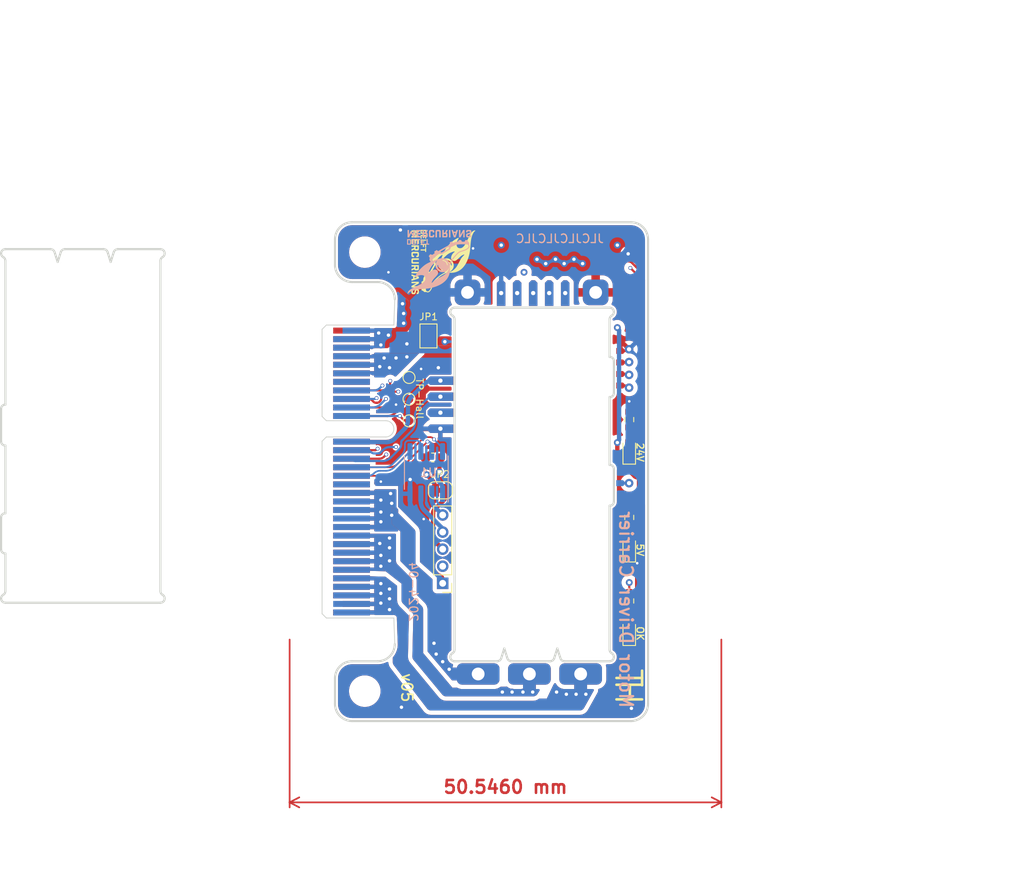
<source format=kicad_pcb>
(kicad_pcb (version 20240108) (generator "pcbnew") (generator_version "8.0")
  (layers (0 "F.Cu" signal) (1 "In1.Cu" signal) (2 "In2.Cu" signal) (31 "B.Cu" signal) (34 "B.Paste" user) (35 "F.Paste" user) (36 "B.SilkS" user "B.Silkscreen") (37 "F.SilkS" user "F.Silkscreen") (38 "B.Mask" user) (39 "F.Mask" user) (44 "Edge.Cuts" user))
  (net 0 "")
  (net 1 "+24V")
  (net 2 "GNDPWR")
  (net 3 "Net-(D1-A)")
  (net 4 "Net-(D2-A)")
  (net 5 "+5V")
  (net 6 "CAN_L")
  (net 7 "CAN_H")
  (net 8 "MOTOR_A")
  (net 9 "MOTOR_B")
  (net 10 "MOTOR_C")
  (net 11 "Net-(D3-A)")
  (net 12 "A")
  (net 13 "B")
  (net 14 "B-")
  (net 15 "B+")
  (net 16 "A-")
  (net 17 "A+")
  (net 18 "Z")
  (net 19 "UART_GND")
  (net 20 "UART_TX")
  (net 21 "UART_RX")
  (net 22 "UART_VCC")
  (net 27 "+3.3V")
  (net 28 "SWCLK")
  (net 29 "SWDIO")
  (net 30 "NRST")
  (net 31 "HALL_A")
  (net 32 "HALL_C")
  (net 33 "HALL_B")
  (net 34 "OK")
  (footprint "Resistor_SMD:R_0603_1608Metric_Pad0.98x0.95mm_HandSolder" (layer "F.Cu") (at 143.002 86.36 -90)
    (property "Reference" "R1" (hide yes))
    (property "Value" "1k5")
  )
  (footprint "Connector_PinHeader_2.00mm:PinHeader_1x05_P2.00mm_Vertical" (layer "F.Cu") (at 121.158 94.075 180)
    (property "Reference" "J2" (hide yes))
    (property "Value" "Driver_Encoder")
  )
  (footprint "Logo:logo_gray" (layer "F.Cu") (at 121.273 56.475 -90)
    (property "Reference" "G***" (hide yes))
    (property "Value" "LOGO" (hide yes))
  )
  (footprint "Resistor_SMD:R_0603_1608Metric_Pad0.98x0.95mm_HandSolder" (layer "F.Cu") (at 143.002 74.9065 -90)
    (property "Reference" "R6" (hide yes))
    (property "Value" "11k")
  )
  (footprint "Capacitor_SMD:C_0603_1608Metric_Pad1.08x0.95mm_HandSolder" (layer "F.Cu") (at 120.003 79.335 180)
    (property "Reference" "C1" (hide yes))
    (property "Value" "0.1u")
  )
  (footprint "LED_SMD:LED_0603_1608Metric_Pad1.05x0.95mm_HandSolder" (layer "F.Cu") (at 143.002 89.916 90)
    (property "Reference" "D1" (hide yes))
    (property "Value" "LED")
  )
  (footprint "Jumper:SolderJumper-2_P1.3mm_Bridged_RoundedPad1.0x1.5mm" (layer "F.Cu") (at 120.892 83.185)
    (property "Reference" "JP2")
    (property "Value" "Jumper_2_Bridged")
  )
  (footprint "DelftMercuriansFL:CustomEdge_UART5" (layer "F.Cu") (at 128.004 61.593566)
    (property "Reference" "J13" (hide yes))
    (property "Value" "Edge_UART")
  )
  (footprint "MountingHole:MountingHole_3.2mm_M3_ISO14580" (layer "F.Cu") (at 112.050594 55.298811)
    (property "Reference" "H1" (hide yes))
    (property "Value" "MountingHole")
  )
  (footprint "DelftMercuriansFL:CustomEdge_PROG" (layer "F.Cu") (at 141.48 66.870683 180)
    (property "Reference" "J1" (hide yes))
    (property "Value" "Edge_PROG")
  )
  (footprint "LED_SMD:LED_0603_1608Metric_Pad1.05x0.95mm_HandSolder" (layer "F.Cu") (at 143.002 99.695 90)
    (property "Reference" "D2" (hide yes))
    (property "Value" "LED")
  )
  (footprint "Resistor_SMD:R_0603_1608Metric_Pad0.98x0.95mm_HandSolder" (layer "F.Cu") (at 143.002 96.139 -90)
    (property "Reference" "R2" (hide yes))
    (property "Value" "1k5")
  )
  (footprint "LED_SMD:LED_0603_1608Metric_Pad1.05x0.95mm_HandSolder" (layer "F.Cu") (at 143.002 78.4625 90)
    (property "Reference" "D3" (hide yes))
    (property "Value" "LED")
  )
  (footprint "MountingHole:MountingHole_3.2mm_M3_ISO14580" (layer "F.Cu") (at 112.040303 106.701283)
    (property "Reference" "H2" (hide yes))
    (property "Value" "MountingHole")
  )
  (footprint "Connector_PCBEdge:BUS_PCIexpress_x4" (layer "F.Cu") (at 110.49 64.487 -90)
    (property "Reference" "J15" (hide yes))
    (property "Value" "Main Connector")
    (fp_line (start -0.15 3.45) (end 10.05 3.45) (stroke (width 0.1)) (layer "Edge.Cuts"))
    (fp_line (start 12.95 3.45) (end 33.15 3.45) (stroke (width 0.1)) (layer "Edge.Cuts"))
    (fp_line (start -0.65 2.95) (end -0.15 3.45) (stroke (width 0.1)) (layer "Edge.Cuts"))
    (fp_line (start 10.55 2.95) (end 10.05 3.45) (stroke (width 0.1)) (layer "Edge.Cuts"))
    (fp_line (start 12.45 2.95) (end 12.95 3.45) (stroke (width 0.1)) (layer "Edge.Cuts"))
    (fp_line (start 33.65 2.95) (end 33.15 3.45) (stroke (width 0.1)) (layer "Edge.Cuts"))
    (fp_line (start 10.55 -4) (end 10.55 2.95) (stroke (width 0.1)) (layer "Edge.Cuts"))
    (fp_line (start 12.45 -4) (end 12.45 2.95) (stroke (width 0.1)) (layer "Edge.Cuts"))
    (fp_line (start -0.65 -4.95) (end -0.65 2.95) (stroke (width 0.1)) (layer "Edge.Cuts"))
    (fp_line (start 33.65 -4.95) (end 33.65 2.95) (stroke (width 0.1)) (layer "Edge.Cuts"))
    (fp_arc (start 10.55 -4) (mid 11.5 -4.95) (end 12.45 -4) (stroke (width 0.1)) (layer "Edge.Cuts"))
  )
  (footprint "TestPoint:TestPoint_Pad_D1.0mm" (layer "F.Cu") (at 117.221 69.977)
    (property "Reference" "TP3" (hide yes))
    (property "Value" "TestPoint")
  )
  (footprint "TestPoint:TestPoint_Pad_D1.0mm" (layer "F.Cu") (at 117.221 72.517)
    (property "Reference" "TP2" (hide yes))
    (property "Value" "TestPoint")
  )
  (footprint "Jumper:SolderJumper-2_P1.3mm_Open_TrianglePad1.0x1.5mm" (layer "F.Cu") (at 119.495 65.111 -90)
    (property "Reference" "JP1")
    (property "Value" "Jumper_2_Bridged")
  )
  (footprint "DelftMercuriansFL:CustomEdge_Motor3_Single" (layer "F.Cu") (at 131.312 105.940566 180)
    (property "Reference" "J10" (hide yes))
    (property "Value" "Edge_Motor")
  )
  (footprint "TestPoint:TestPoint_Pad_D1.0mm" (layer "F.Cu") (at 117.221 75.057)
    (property "Reference" "TP1" (hide yes))
    (property "Value" "TestPoint")
  )
  (footprint "DelftMercuriansFL:CustomEdge_CAN4" (layer "F.Cu") (at 122.392 75.948 90)
    (property "Reference" "J14" (hide yes))
    (property "Value" "Edge_CAN")
  )
  (footprint "DelftMercuriansFL:CustomEdge_Power2" (layer "B.Cu") (at 131.567 59.015 180)
    (property "Reference" "J11" (hide yes))
    (property "Value" "Edge_Power")
  )
  (footprint "Logo:logo_gray" (layer "B.Cu") (at 120.765 56.475)
    (property "Reference" "G***" (hide yes))
    (property "Value" "LOGO" (hide yes))
  )
  (footprint "Package_SO:SOIC-8_3.9x4.9mm_P1.27mm" (layer "B.Cu") (at 119.241 81.113 90)
    (property "Reference" "U1")
    (property "Value" "UA9637")
  )
  (gr_line (start 88.11072 54.95) (end 83.127673 54.95) (stroke (width 0.25)) (layer "Edge.Cuts"))
  (gr_line (start 69.96072 56.316025) (end 69.96072 73.15) (stroke (width 0.25)) (layer "Edge.Cuts"))
  (gr_arc (start 140.95 102.266987) (mid 141.182963 102.82941) (end 140.7 103.2) (stroke (width 0.25)) (layer "Edge.Cuts"))
  (gr_arc (start 140.7 63.166025) (mid 140.766978 62.916016) (end 140.95 62.733013) (stroke (width 0.25)) (layer "Edge.Cuts"))
  (gr_line (start 115.55 101.2) (end 115.44 98.137) (stroke (width 0.1)) (layer "Edge.Cuts"))
  (gr_arc (start 140.7055 67.56) (mid 141.059053 67.706447) (end 141.2055 68.06) (stroke (width 0.25)) (layer "Edge.Cuts"))
  (gr_line (start 113.55 103.2) (end 110.55 103.2) (stroke (width 0.25)) (layer "Edge.Cuts"))
  (gr_arc (start 141.2055 84.5) (mid 141.059053 84.853553) (end 140.7055 85) (stroke (width 0.25)) (layer "Edge.Cuts"))
  (gr_arc (start 140.95 102.266987) (mid 140.766997 102.083972) (end 140.7 101.833975) (stroke (width 0.25)) (layer "Edge.Cuts"))
  (gr_arc (start 122.3 62.733013) (mid 122.483003 62.916028) (end 122.55 63.166025) (stroke (width 0.25)) (layer "Edge.Cuts"))
  (gr_line (start 81.450767 54.95) (end 76.92616 54.95) (stroke (width 0.25)) (layer "Edge.Cuts"))
  (gr_line (start 140.7 80.2) (end 140.7 72.28) (stroke (width 0.25)) (layer "Edge.Cuts"))
  (gr_arc (start 143.2 51.8) (mid 144.614214 52.385786) (end 145.2 53.8) (stroke (width 0.25)) (layer "Edge.Cuts"))
  (gr_arc (start 140.7055 80.2) (mid 141.059053 80.346447) (end 141.2055 80.7) (stroke (width 0.25)) (layer "Edge.Cuts"))
  (gr_line (start 122.55 103.2) (end 127.533047 103.2) (stroke (width 0.25)) (layer "Edge.Cuts"))
  (gr_line (start 141.2055 68.06) (end 141.2055 71.78) (stroke (width 0.25)) (layer "Edge.Cuts"))
  (gr_arc (start 81.450767 54.95) (mid 81.746597 55.046917) (end 81.927757 55.300066) (stroke (width 0.25)) (layer "Edge.Cuts"))
  (gr_line (start 82.28922 56.45) (end 82.650683 55.300066) (stroke (width 0.25)) (layer "Edge.Cuts"))
  (gr_arc (start 113.55 58.8) (mid 114.964214 59.385786) (end 115.55 60.8) (stroke (width 0.25)) (layer "Edge.Cuts"))
  (gr_line (start 140.7 67.56) (end 140.7055 67.56) (stroke (width 0.25)) (layer "Edge.Cuts"))
  (gr_arc (start 75.23928 54.95) (mid 75.534316 55.046319) (end 75.715676 55.298188) (stroke (width 0.25)) (layer "Edge.Cuts"))
  (gr_arc (start 122.3 62.733013) (mid 122.067037 62.17059) (end 122.55 61.8) (stroke (width 0.25)) (layer "Edge.Cuts"))
  (gr_line (start 122.55 61.8) (end 140.7 61.8) (stroke (width 0.25)) (layer "Edge.Cuts"))
  (gr_arc (start 69.95522 90.59) (mid 69.601667 90.443553) (end 69.45522 90.09) (stroke (width 0.25)) (layer "Edge.Cuts"))
  (gr_line (start 134.945044 102.851812) (end 134.578 101.7) (stroke (width 0.25)) (layer "Edge.Cuts"))
  (gr_line (start 140.7055 80.2) (end 140.7 80.2) (stroke (width 0.25)) (layer "Edge.Cuts"))
  (gr_arc (start 82.650683 55.300066) (mid 82.831825 55.046881) (end 83.127673 54.95) (stroke (width 0.25)) (layer "Edge.Cuts"))
  (gr_arc (start 88.11072 56.316025) (mid 88.177706 56.066029) (end 88.36072 55.883013) (stroke (width 0.25)) (layer "Edge.Cuts"))
  (gr_line (start 122.55 101.833975) (end 122.55 63.166025) (stroke (width 0.25)) (layer "Edge.Cuts"))
  (gr_arc (start 122.55 101.833975) (mid 122.483022 102.083984) (end 122.3 102.266987) (stroke (width 0.25)) (layer "Edge.Cuts"))
  (gr_arc (start 108.55 53.8) (mid 109.135786 52.385786) (end 110.55 51.8) (stroke (width 0.25)) (layer "Edge.Cuts"))
  (gr_arc (start 88.36072 95.416987) (mid 88.177715 95.233968) (end 88.11072 94.983975) (stroke (width 0.25)) (layer "Edge.Cuts"))
  (gr_line (start 75.23928 54.95) (end 69.96072 54.95) (stroke (width 0.25)) (layer "Edge.Cuts"))
  (gr_arc (start 69.96072 96.35) (mid 69.477757 95.979409) (end 69.71072 95.416987) (stroke (width 0.25)) (layer "Edge.Cuts"))
  (gr_arc (start 122.55 103.2) (mid 122.067037 102.829409) (end 122.3 102.266987) (stroke (width 0.25)) (layer "Edge.Cuts"))
  (gr_arc (start 140.7 61.8) (mid 141.182963 62.170591) (end 140.95 62.733013) (stroke (width 0.25)) (layer "Edge.Cuts"))
  (gr_line (start 69.45522 90.09) (end 69.45522 86.37) (stroke (width 0.25)) (layer "Edge.Cuts"))
  (gr_line (start 143.2 51.8) (end 110.55 51.8) (stroke (width 0.25)) (layer "Edge.Cuts"))
  (gr_line (start 69.96072 90.59) (end 69.96072 94.983975) (stroke (width 0.25)) (layer "Edge.Cuts"))
  (gr_arc (start 69.45522 73.65) (mid 69.601667 73.296447) (end 69.95522 73.15) (stroke (width 0.25)) (layer "Edge.Cuts"))
  (gr_line (start 88.11072 56.316025) (end 88.11072 94.983975) (stroke (width 0.25)) (layer "Edge.Cuts"))
  (gr_arc (start 76.449764 55.298188) (mid 76.631138 55.04635) (end 76.92616 54.95) (stroke (width 0.25)) (layer "Edge.Cuts"))
  (gr_line (start 108.55 108.2) (end 108.55 105.2) (stroke (width 0.25)) (layer "Edge.Cuts"))
  (gr_arc (start 69.71072 55.883013) (mid 69.477757 55.32059) (end 69.96072 54.95) (stroke (width 0.25)) (layer "Edge.Cuts"))
  (gr_line (start 81.927757 55.300066) (end 82.28922 56.45) (stroke (width 0.25)) (layer "Edge.Cuts"))
  (gr_line (start 113.55 58.8) (end 110.55 58.8) (stroke (width 0.25)) (layer "Edge.Cuts"))
  (gr_line (start 140.7 85) (end 140.7055 85) (stroke (width 0.25)) (layer "Edge.Cuts"))
  (gr_arc (start 135.42144 103.2) (mid 135.126384 103.10369) (end 134.945044 102.851812) (stroke (width 0.25)) (layer "Edge.Cuts"))
  (gr_line (start 88.11072 96.35) (end 69.96072 96.35) (stroke (width 0.25)) (layer "Edge.Cuts"))
  (gr_arc (start 141.2055 71.78) (mid 141.059053 72.133553) (end 140.7055 72.28) (stroke (width 0.25)) (layer "Edge.Cuts"))
  (gr_line (start 76.08272 56.45) (end 76.449764 55.298188) (stroke (width 0.25)) (layer "Edge.Cuts"))
  (gr_arc (start 145.2 108.2) (mid 144.614214 109.614214) (end 143.2 110.2) (stroke (width 0.25)) (layer "Edge.Cuts"))
  (gr_line (start 129.209953 103.2) (end 133.73456 103.2) (stroke (width 0.25)) (layer "Edge.Cuts"))
  (gr_arc (start 88.36072 95.416987) (mid 88.593683 95.97941) (end 88.11072 96.35) (stroke (width 0.25)) (layer "Edge.Cuts"))
  (gr_line (start 140.7 101.833975) (end 140.7 85) (stroke (width 0.25)) (layer "Edge.Cuts"))
  (gr_line (start 134.578 101.7) (end 134.210956 102.851812) (stroke (width 0.25)) (layer "Edge.Cuts"))
  (gr_arc (start 69.96072 94.983975) (mid 69.893734 95.233971) (end 69.71072 95.416987) (stroke (width 0.25)) (layer "Edge.Cuts"))
  (gr_line (start 69.96072 77.95) (end 69.96072 85.87) (stroke (width 0.25)) (layer "Edge.Cuts"))
  (gr_line (start 75.715676 55.298188) (end 76.08272 56.45) (stroke (width 0.25)) (layer "Edge.Cuts"))
  (gr_arc (start 110.55 110.2) (mid 109.135786 109.614214) (end 108.55 108.2) (stroke (width 0.25)) (layer "Edge.Cuts"))
  (gr_arc (start 115.55 101.2) (mid 114.964214 102.614214) (end 113.55 103.2) (stroke (width 0.25)) (layer "Edge.Cuts"))
  (gr_line (start 143.2 110.2) (end 110.55 110.2) (stroke (width 0.25)) (layer "Edge.Cuts"))
  (gr_line (start 145.2 53.8) (end 145.2 108.2) (stroke (width 0.25)) (layer "Edge.Cuts"))
  (gr_arc (start 88.11072 54.95) (mid 88.593683 55.320591) (end 88.36072 55.883013) (stroke (width 0.25)) (layer "Edge.Cuts"))
  (gr_line (start 140.7 67.56) (end 140.7 63.166025) (stroke (width 0.25)) (layer "Edge.Cuts"))
  (gr_line (start 128.732963 102.849934) (end 128.3715 101.7) (stroke (width 0.25)) (layer "Edge.Cuts"))
  (gr_line (start 128.3715 101.7) (end 128.010037 102.849934) (stroke (width 0.25)) (layer "Edge.Cuts"))
  (gr_arc (start 129.209953 103.2) (mid 128.914144 103.103074) (end 128.732963 102.849934) (stroke (width 0.25)) (layer "Edge.Cuts"))
  (gr_line (start 135.42144 103.2) (end 140.7 103.2) (stroke (width 0.25)) (layer "Edge.Cuts"))
  (gr_line (start 140.7055 72.28) (end 140.7 72.28) (stroke (width 0.25)) (layer "Edge.Cuts"))
  (gr_arc (start 128.010037 102.849934) (mid 127.828883 103.10311) (end 127.533047 103.2) (stroke (width 0.25)) (layer "Edge.Cuts"))
  (gr_line (start 69.45522 73.65) (end 69.45522 77.45) (stroke (width 0.25)) (layer "Edge.Cuts"))
  (gr_line (start 108.55 53.8) (end 108.55 56.8) (stroke (width 0.25)) (layer "Edge.Cuts"))
  (gr_arc (start 108.55 105.2) (mid 109.135786 103.785786) (end 110.55 103.2) (stroke (width 0.25)) (layer "Edge.Cuts"))
  (gr_line (start 115.44 63.837) (end 115.55 60.8) (stroke (width 0.1)) (layer "Edge.Cuts"))
  (gr_arc (start 69.95522 77.95) (mid 69.601667 77.803553) (end 69.45522 77.45) (stroke (width 0.25)) (layer "Edge.Cuts"))
  (gr_arc (start 110.55 58.8) (mid 109.135786 58.214214) (end 108.55 56.8) (stroke (width 0.25)) (layer "Edge.Cuts"))
  (gr_arc (start 134.210956 102.851812) (mid 134.029594 103.103659) (end 133.73456 103.2) (stroke (width 0.25)) (layer "Edge.Cuts"))
  (gr_arc (start 69.45522 86.37) (mid 69.601667 86.016447) (end 69.95522 85.87) (stroke (width 0.25)) (layer "Edge.Cuts"))
  (gr_line (start 141.2055 84.5) (end 141.2055 80.7) (stroke (width 0.25)) (layer "Edge.Cuts"))
  (gr_arc (start 69.71072 55.883013) (mid 69.893725 56.066032) (end 69.96072 56.316025) (stroke (width 0.25)) (layer "Edge.Cuts"))
  (gr_text "2024-04" (at 117.717 95.083 270) (layer "B.SilkS") (effects (font (size 1 1)) (justify mirror)))
  (gr_text "JLCJLCJLCJLC" (at 134.874 53.721 0) (layer "B.SilkS") (effects (font (size 1 1)) (justify mirror)))
  (gr_text "Motor Driver Carrier" (at 142.621 97.155 -90) (layer "B.SilkS") (effects (font (size 1.524 1.524) (thickness 0.254)) (justify mirror)))
  (gr_text "v05" (at 116.967 106.299 270) (layer "F.SilkS") (effects (font (size 1.27 1.27) (thickness 0.2032))))
  (gr_text "24V" (at 144.272 78.74 270) (layer "F.SilkS") (effects (font (size 0.8 0.8) (thickness 0.15) (bold yes))))
  (gr_text "H" (at 142.875 106.807 270) (layer "F.SilkS") (effects (font (size 3 3) (thickness 0.3)) (justify mirror)))
  (gr_text "OK" (at 144.272 99.949 270) (layer "F.SilkS") (effects (font (size 0.8 0.8) (thickness 0.15) (bold yes))))
  (gr_text "T" (at 142.875 105.156 270) (layer "F.SilkS") (effects (font (size 3 3) (thickness 0.3)) (justify mirror)))
  (gr_text "5V" (at 144.272 90.17 270) (layer "F.SilkS") (effects (font (size 0.8 0.8) (thickness 0.15) (bold yes))))
  (gr_text "TP-Hall" (at 117.983 69.977 270) (layer "F.SilkS") (effects (font (size 0.8 0.8) (thickness 0.12)) (justify left bottom)))
  (dimension (type aligned) (layer "F.Cu") (pts (xy 153.785 100.163) (xy 103.239 100.163)) (height -19.558) (gr_text "50.5460 mm" (at 128.512 117.921 0) (layer "F.Cu") (effects (font (size 1.5 1.5) (thickness 0.3)))) (format (prefix "") (suffix "") (units 3) (units_format 1) (precision 4)) (style (thickness 0.2) (arrow_length 1.27) (text_position_mode 0) (extension_height 0.58642) (extension_offset 0.5) keep_text_aligned))
  (segment (start 143.872551 73.123448) (end 143.002 73.994) (width 0.25) (layer "F.Cu") (net 1))
  (segment (start 144.271 72.161509) (end 144.271 58.85549) (width 0.25) (layer "F.Cu") (net 1))
  (segment (start 143.872551 57.893551) (end 143.129 57.15) (width 0.25) (layer "F.Cu") (net 1))
  (via (at 116.967 66.04) (size 0.8) (drill 0.4) (layers "F.Cu" "B.Cu") (net 1))
  (via (at 115.697 67.691) (size 0.8) (drill 0.4) (layers "F.Cu" "B.Cu") (net 1))
  (via (at 113.792 68.707) (size 0.8) (drill 0.4) (layers "F.Cu" "B.Cu") (net 1))
  (via (at 143.129 57.15) (size 0.45) (drill 0.3) (layers "F.Cu" "B.Cu") (net 1))
  (via (at 114.3 67.691) (size 0.8) (drill 0.4) (layers "F.Cu" "B.Cu") (net 1))
  (via (at 114.935 68.834) (size 0.8) (drill 0.4) (layers "F.Cu" "B.Cu") (net 1))
  (via (at 116.967 67.564) (size 0.8) (drill 0.4) (layers "F.Cu" "B.Cu") (net 1))
  (arc (start 144.271 72.161509) (mid 144.167446 72.682106) (end 143.872551 73.123448) (width 0.25) (layer "F.Cu") (net 1))
  (arc (start 143.872551 57.893551) (mid 144.167446 58.334892) (end 144.271 58.85549) (width 0.25) (layer "F.Cu") (net 1))
  (segment (start 140.326377 56.423351) (end 140.537575 56.389899) (width 0.254) (layer "F.Cu") (net 2))
  (segment (start 139.759496 56.712192) (end 139.932489 56.586506) (width 0.254) (layer "F.Cu") (net 2))
  (segment (start 144.723 58.595343) (end 144.723 77.202286) (width 0.254) (layer "F.Cu") (net 2))
  (segment (start 139.682551 56.786448) (end 139.759496 56.712192) (width 0.254) (layer "F.Cu") (net 2))
  (segment (start 143.182728 56.423082) (end 144.276116 57.51647) (width 0.254) (layer "F.Cu") (net 2))
  (segment (start 143.008051 56.389568) (end 143.133113 56.423082) (width 0.254) (layer "F.Cu") (net 2))
  (segment (start 137.431448 53.484448) (end 138.668551 54.721551) (width 1.27) (layer "F.Cu") (net 2))
  (segment (start 139.102353 57.647378) (end 139.168431 57.444014) (width 0.254) (layer "F.Cu") (net 2))
  (segment (start 140.537575 56.389899) (end 140.64449 56.388) (width 0.254) (layer "F.Cu") (net 2))
  (segment (start 139.067 55.68349) (end 139.067 56.515) (width 1.27) (layer "F.Cu") (net 2))
  (segment (start 119.495 55.837724) (end 119.495 64.386) (width 1.27) (layer "F.Cu") (net 2))
  (segment (start 139.932489 56.586506) (end 140.123013 56.489429) (width 0.254) (layer "F.Cu") (net 2))
  (segment (start 139.265508 57.253491) (end 139.391194 57.080499) (width 0.254) (layer "F.Cu") (net 2))
  (segment (start 139.168431 57.444014) (end 139.265508 57.253491) (width 0.254) (layer "F.Cu") (net 2))
  (segment (start 118.999 55.341724) (end 118.999 61.722) (width 1.27) (layer "F.Cu") (net 2))
  (segment (start 139.391194 57.080499) (end 139.465447 57.003551) (width 0.254) (layer "F.Cu") (net 2))
  (segment (start 139.067 57.96549) (end 139.068902 57.858575) (width 0.254) (layer "F.Cu") (net 2))
  (segment (start 139.067 60.015) (end 139.067 57.96549) (width 0.254) (layer "F.Cu") (net 2))
  (segment (start 139.465447 57.003551) (end 139.682551 56.786448) (width 0.254) (layer "F.Cu") (net 2))
  (segment (start 140.64449 56.388) (end 142.943314 56.388) (width 0.254) (layer "F.Cu") (net 2))
  (segment (start 140.123013 56.489429) (end 140.326377 56.423351) (width 0.254) (layer "F.Cu") (net 2))
  (segment (start 136.469509 53.086) (end 121.46749 53.086) (width 1.27) (layer "F.Cu") (net 2))
  (segment (start 144.430107 77.909393) (end 143.002 79.3375) (width 0.254) (layer "F.Cu") (net 2))
  (segment (start 143.133113 56.423082) (end 143.182728 56.423082) (width 0.254) (layer "F.Cu") (net 2))
  (segment (start 139.068902 57.858575) (end 139.102353 57.647378) (width 0.254) (layer "F.Cu") (net 2))
  (segment (start 142.943314 56.388) (end 143.008051 56.389568) (width 0.254) (layer "F.Cu") (net 2))
  (segment (start 119.246999 54.742999) (end 120.505551 53.484448) (width 1.27) (layer "F.Cu") (net 2))
  (via (at 128.016 54.483) (size 0.8) (drill 0.4) (layers "F.Cu" "B.Cu") (net 2))
  (via (at 116.586 63.627) (size 0.8) (drill 0.4) (layers "F.Cu" "B.Cu") (net 2))
  (via (at 114.808 65.024) (size 0.8) (drill 0.4) (layers "F.Cu" "B.Cu") (net 2))
  (via (at 133.223 56.642) (size 0.8) (drill 0.4) (layers "F.Cu" "B.Cu") (net 2))
  (via (at 113.665 64.77) (size 0.8) (drill 0.4) (layers "F.Cu" "B.Cu") (net 2))
  (via (at 135.382 56.642) (size 0.8) (drill 0.4) (layers "F.Cu" "B.Cu") (net 2))
  (via (at 113.919 66.167) (size 0.8) (drill 0.4) (layers "F.Cu" "B.Cu") (net 2))
  (via (at 134.366 56.134) (size 0.8) (drill 0.4) (layers "F.Cu" "B.Cu") (net 2))
  (via (at 136.525 56.134) (size 0.8) (drill 0.4) (layers "F.Cu" "B.Cu") (net 2))
  (via (at 132.200516 56.140484) (size 0.8) (drill 0.4) (layers "F.Cu" "B.Cu") (net 2))
  (via (at 137.541 56.642) (size 0.8) (drill 0.4) (layers "F.Cu" "B.Cu") (net 2))
  (via (at 141.605 54.483) (size 0.8) (drill 0.4) (layers "F.Cu" "B.Cu") (net 2))
  (via (at 116.459 61.341) (size 0.8) (drill 0.4) (layers "F.Cu" "B.Cu") (net 2))
  (via (at 116.586 62.484) (size 0.8) (drill 0.4) (layers "F.Cu" "B.Cu") (net 2))
  (arc (start 138.668551 54.721551) (mid 138.963446 55.162892) (end 139.067 55.68349) (width 1.27) (layer "F.Cu") (net 2))
  (arc (start 121.46749 53.086) (mid 120.946892 53.189553) (end 120.505551 53.484448) (width 1.27) (layer "F.Cu") (net 2))
  (arc (start 144.276116 57.51647) (mid 144.606859 58.011461) (end 144.723 58.595343) (width 0.254) (layer "F.Cu") (net 2))
  (arc (start 118.999 55.341724) (mid 119.063452 55.017696) (end 119.246999 54.742999) (width 1.27) (layer "F.Cu") (net 2))
  (arc (start 119.247 55.239) (mid 119.08868 55.207507) (end 118.999 55.341724) (width 1.27) (layer "F.Cu") (net 2))
  (arc (start 137.431448 53.484448) (mid 136.990106 53.189553) (end 136.469509 53.086) (width 1.27) (layer "F.Cu") (net 2))
  (arc (start 119.246999 54.742999) (mid 119.144274 54.990999) (end 119.247 55.239) (width 1.27) (layer "F.Cu") (net 2))
  (arc (start 144.723 77.202286) (mid 144.64688 77.584969) (end 144.430107 77.909393) (width 0.254) (layer "F.Cu") (net 2))
  (arc (start 119.247 55.239) (mid 119.430546 55.513697) (end 119.495 55.837724) (width 1.27) (layer "F.Cu") (net 2))
  (segment (start 143.002 89.041) (end 143.002 87.2725) (width 0.25) (layer "F.Cu") (net 3))
  (segment (start 143.002 98.82) (end 143.002 97.0515) (width 0.25) (layer "F.Cu") (net 4))
  (segment (start 144.145 81.8515) (end 144.145 83.741009) (width 0.508) (layer "F.Cu") (net 5))
  (segment (start 141.605 77.597) (end 141.605 78.938509) (width 0.508) (layer "F.Cu") (net 5))
  (segment (start 142.003448 79.900448) (end 143.629296 81.526296) (width 0.508) (layer "F.Cu") (net 5))
  (segment (start 120.82125 79.37925) (end 120.8655 79.335) (width 0.508) (layer "F.Cu") (net 5))
  (segment (start 120.777 79.486078) (end 120.777 81.026) (width 0.508) (layer "F.Cu") (net 5))
  (segment (start 143.746551 84.702948) (end 143.002 85.4475) (width 0.508) (layer "F.Cu") (net 5))
  (via (at 120.777 81.026) (size 0.8) (drill 0.4) (layers "F.Cu" "B.Cu") (net 5))
  (via (at 130.683 57.658) (size 0.8) (drill 0.4) (layers "F.Cu" "B.Cu") (net 5))
  (via (at 141.605 77.597) (size 0.8) (drill 0.4) (layers "F.Cu" "B.Cu") (net 5))
  (via (at 141.605 64.135) (size 0.8) (drill 0.4) (layers "F.Cu" "B.Cu") (net 5))
  (arc (start 143.629296 81.526296) (mid 143.7785 81.625991) (end 143.9545 81.661) (width 0.508) (layer "F.Cu") (net 5))
  (arc (start 141.605 78.938509) (mid 141.708553 79.459106) (end 142.003448 79.900448) (width 0.508) (layer "F.Cu") (net 5))
  (arc (start 120.82125 79.37925) (mid 120.7885 79.428263) (end 120.777 79.486078) (width 0.508) (layer "F.Cu") (net 5))
  (arc (start 144.145 81.8515) (mid 144.089203 81.716796) (end 143.9545 81.661) (width 0.508) (layer "F.Cu") (net 5))
  (arc (start 144.145 83.741009) (mid 144.041446 84.261606) (end 143.746551 84.702948) (width 0.508) (layer "F.Cu") (net 5))
  (segment (start 117.094 73.20949) (end 117.094 75.029679) (width 0.508) (layer "B.Cu") (net 5))
  (segment (start 141.809751 64.484531) (end 141.809751 77.247468) (width 0.508) (layer "B.Cu") (net 5))
  (segment (start 141.605 64.135) (end 141.707375 64.237375) (width 0.508) (layer "B.Cu") (net 5))
  (segment (start 119.95549 70.348) (end 120.892 70.348) (width 0.508) (layer "B.Cu") (net 5))
  (segment (start 120.675999 81.127) (end 120.777 81.026) (width 0.508) (layer "B.Cu") (net 5))
  (segment (start 120.574999 81.638241) (end 120.574999 81.370837) (width 0.508) (layer "B.Cu") (net 5))
  (segment (start 116.695551 75.991618) (end 115.544618 77.142551) (width 0.508) (layer "B.Cu") (net 5))
  (segment (start 121.146 83.016759) (end 121.146 83.588) (width 0.508) (layer "B.Cu") (net 5))
  (segment (start 141.605 77.597) (end 141.707375 77.494624) (width 0.508) (layer "B.Cu") (net 5))
  (segment (start 114.582679 77.541) (end 110.49 77.541) (width 0.508) (layer "B.Cu") (net 5))
  (segment (start 117.492448 72.247551) (end 118.993551 70.746448) (width 0.508) (layer "B.Cu") (net 5))
  (arc (start 119.95549 70.348) (mid 119.434892 70.451553) (end 118.993551 70.746448) (width 0.508) (layer "B.Cu") (net 5))
  (arc (start 120.860499 82.3275) (mid 121.0718 82.643734) (end 121.146 83.016759) (width 0.508) (layer "B.Cu") (net 5))
  (arc (start 120.574999 81.638241) (mid 120.649198 82.011265) (end 120.860499 82.3275) (width 0.508) (layer "B.Cu") (net 5))
  (arc (start 141.707375 64.237375) (mid 141.783144 64.350771) (end 141.809751 64.484531) (width 0.508) (layer "B.Cu") (net 5))
  (arc (start 115.544618 77.142551) (mid 115.103276 77.437446) (end 114.582679 77.541) (width 0.508) (layer "B.Cu") (net 5))
  (arc (start 117.094 75.029679) (mid 116.990446 75.550276) (end 116.695551 75.991618) (width 0.508) (layer "B.Cu") (net 5))
  (arc (start 120.675999 81.127) (mid 120.601248 81.238873) (end 120.574999 81.370837) (width 0.508) (layer "B.Cu") (net 5))
  (arc (start 117.492448 72.247551) (mid 117.197553 72.688892) (end 117.094 73.20949) (width 0.508) (layer "B.Cu") (net 5))
  (arc (start 141.809751 77.247468) (mid 141.783144 77.381228) (end 141.707375 77.494624) (width 0.508) (layer "B.Cu") (net 5))
  (segment (start 113.245231 78.487) (end 110.49 78.487) (width 0.254) (layer "F.Cu") (net 6))
  (segment (start 113.712396 79.487) (end 110.49 79.487) (width 0.254) (layer "F.Cu") (net 6))
  (segment (start 113.538 78.3155) (end 113.45225 78.40125) (width 0.254) (layer "F.Cu") (net 6))
  (segment (start 114.554 78.994) (end 114.3075 79.2405) (width 0.254) (layer "F.Cu") (net 6))
  (via (at 113.538 78.3155) (size 0.45) (drill 0.3) (layers "F.Cu" "B.Cu") (net 6))
  (via (at 114.554 78.994) (size 0.45) (drill 0.3) (layers "F.Cu" "B.Cu") (net 6))
  (arc (start 114.3075 79.2405) (mid 114.034464 79.422936) (end 113.712396 79.487) (width 0.254) (layer "F.Cu") (net 6))
  (arc (start 113.45225 78.40125) (mid 113.357268 78.464714) (end 113.245231 78.487) (width 0.254) (layer "F.Cu") (net 6))
  (segment (start 119.656578 74.098) (end 120.892 74.098) (width 0.254) (layer "B.Cu") (net 6))
  (via (at 115.698166 78.115656) (size 0.45) (drill 0.3) (layers "F.Cu" "B.Cu") (net 7))
  (segment (start 115.397657 78.115656) (end 115.698166 78.115656) (width 0.254) (layer "B.Cu") (net 7))
  (segment (start 114.949487 78.122) (end 115.382342 78.122) (width 0.254) (layer "B.Cu") (net 7))
  (segment (start 116.407473 77.347104) (end 116.358737 77.395841) (width 0.25) (layer "B.Cu") (net 7))
  (segment (start 114.117509 79.756) (end 110.949211 79.756) (width 0.254) (layer "B.Cu") (net 7))
  (segment (start 116.309 77.786789) (end 116.309 77.515916) (width 0.254) (layer "B.Cu") (net 7))
  (segment (start 113.654424 78.867) (end 113.1717 78.867) (width 0.254) (layer "B.Cu") (net 7))
  (segment (start 119.199351 72.621448) (end 118.305248 73.515551) (width 0.25) (layer "B.Cu") (net 7))
  (segment (start 117.508351 76.249056) (end 116.412304 77.345103) (width 0.25) (layer "B.Cu") (net 7))
  (segment (start 114.202898 78.431246) (end 113.846854 78.787292) (width 0.254) (layer "B.Cu") (net 7))
  (segment (start 115.079448 79.357551) (end 116.067727 78.369272) (width 0.254) (layer "B.Cu") (net 7))
  (segment (start 117.9068 75.287117) (end 117.9068 74.47749) (width 0.25) (layer "B.Cu") (net 7))
  (segment (start 110.6245 79.6215) (end 110.49 79.487) (width 0.254) (layer "B.Cu") (net 7))
  (segment (start 112.254299 78.487) (end 110.49 78.487) (width 0.254) (layer "B.Cu") (net 7))
  (segment (start 120.16129 72.223) (end 120.892 72.223) (width 0.25) (layer "B.Cu") (net 7))
  (arc (start 117.9068 75.287117) (mid 117.803246 75.807714) (end 117.508351 76.249056) (width 0.25) (layer "B.Cu") (net 7))
  (arc (start 115.079448 79.357551) (mid 114.638106 79.652446) (end 114.117509 79.756) (width 0.254) (layer "B.Cu") (net 7))
  (arc (start 115.397657 78.115656) (mid 115.393513 78.11648) (end 115.39 78.118828) (width 0.254) (layer "B.Cu") (net 7))
  (arc (start 116.412304 77.345103) (mid 116.411196 77.345843) (end 116.409889 77.346104) (width 0.25) (layer "B.Cu") (net 7))
  (arc (start 112.713 78.677) (mid 112.502546 78.536379) (end 112.254299 78.487) (width 0.254) (layer "B.Cu") (net 7))
  (arc (start 116.358737 77.395841) (mid 116.321926 77.450932) (end 116.309 77.515916) (width 0.25) (layer "B.Cu") (net 7))
  (arc (start 116.309 77.786789) (mid 116.246295 78.102026) (end 116.067727 78.369272) (width 0.254) (layer "B.Cu") (net 7))
  (arc (start 120.16129 72.223) (mid 119.640692 72.326553) (end 119.199351 72.621448) (width 0.25) (layer "B.Cu") (net 7))
  (arc (start 118.305248 73.515551) (mid 118.010353 73.956892) (end 117.9068 74.47749) (width 0.25) (layer "B.Cu") (net 7))
  (arc (start 116.409889 77.346104) (mid 116.408581 77.346363) (end 116.407473 77.347104) (width 0.25) (layer "B.Cu") (net 7))
  (arc (start 115.39 78.118828) (mid 115.386486 78.121175) (end 115.382342 78.122) (width 0.254) (layer "B.Cu") (net 7))
  (arc (start 114.949487 78.122) (mid 114.545436 78.20237) (end 114.202898 78.431246) (width 0.254) (layer "B.Cu") (net 7))
  (arc (start 113.846854 78.787292) (mid 113.758566 78.846284) (end 113.654424 78.867) (width 0.254) (layer "B.Cu") (net 7))
  (arc (start 112.713 78.677) (mid 112.923453 78.81762) (end 113.1717 78.867) (width 0.254) (layer "B.Cu") (net 7))
  (arc (start 110.6245 79.6215) (mid 110.773478 79.721044) (end 110.949211 79.756) (width 0.254) (layer "B.Cu") (net 7))
  (via (at 114.935 97.155) (size 0.8) (drill 0.4) (layers "F.Cu" "B.Cu") (net 8))
  (via (at 114.935 94.742) (size 0.8) (drill 0.4) (layers "F.Cu" "B.Cu") (net 8))
  (via (at 134.493 106.807) (size 0.8) (drill 0.4) (layers "F.Cu" "B.Cu") (net 8))
  (via (at 114.935 95.885) (size 0.8) (drill 0.4) (layers "F.Cu" "B.Cu") (net 8))
  (via (at 136.779 107.061) (size 0.8) (drill 0.4) (layers "F.Cu" "B.Cu") (net 8))
  (via (at 113.919 94.107) (size 0.8) (drill 0.4) (layers "F.Cu" "B.Cu") (net 8))
  (via (at 113.919 95.25) (size 0.8) (drill 0.4) (layers "F.Cu" "B.Cu") (net 8))
  (via (at 137.922 107.061) (size 0.8) (drill 0.4) (layers "F.Cu" "B.Cu") (net 8))
  (via (at 135.636 107.061) (size 0.8) (drill 0.4) (layers "F.Cu" "B.Cu") (net 8))
  (via (at 113.919 96.393) (size 0.8) (drill 0.4) (layers "F.Cu" "B.Cu") (net 8))
  (segment (start 111.236 88.503) (end 111.252 88.519) (width 0.508) (layer "F.Cu") (net 9))
  (segment (start 111.197372 88.487) (end 110.49 88.487) (width 0.508) (layer "F.Cu") (net 9))
  (via (at 113.919 92.075) (size 0.8) (drill 0.4) (layers "F.Cu" "B.Cu") (net 9))
  (via (at 114.935 91.44) (size 0.8) (drill 0.4) (layers "F.Cu" "B.Cu") (net 9))
  (via (at 113.792 89.408) (size 0.8) (drill 0.4) (layers "F.Cu" "B.Cu") (net 9))
  (via (at 113.919 90.805) (size 0.8) (drill 0.4) (layers "F.Cu" "B.Cu") (net 9))
  (via (at 131.699 106.807) (size 0.8) (drill 0.4) (layers "F.Cu" "B.Cu") (net 9))
  (via (at 114.935 88.773) (size 0.8) (drill 0.4) (layers "F.Cu" "B.Cu") (net 9))
  (via (at 130.556 106.807) (size 0.8) (drill 0.4) (layers "F.Cu" "B.Cu") (net 9))
  (via (at 128.143 106.807) (size 0.8) (drill 0.4) (layers "F.Cu" "B.Cu") (net 9))
  (via (at 129.286 106.807) (size 0.8) (drill 0.4) (layers "F.Cu" "B.Cu") (net 9))
  (via (at 114.935 89.916) (size 0.8) (drill 0.4) (layers "F.Cu" "B.Cu") (net 9))
  (arc (start 111.236 88.503) (mid 111.218277 88.491158) (end 111.197372 88.487) (width 0.508) (layer "F.Cu") (net 9))
  (via (at 120.396 102.362) (size 0.8) (drill 0.4) (layers "F.Cu" "B.Cu") (net 10))
  (via (at 113.919 86.868) (size 0.8) (drill 0.4) (layers "F.Cu" "B.Cu") (net 10))
  (via (at 113.919 85.725) (size 0.8) (drill 0.4) (layers "F.Cu" "B.Cu") (net 10))
  (via (at 115.189 86.106) (size 0.8) (drill 0.4) (layers "F.Cu" "B.Cu") (net 10))
  (via (at 120.142 101.092) (size 0.8) (drill 0.4) (layers "F.Cu" "B.Cu") (net 10))
  (via (at 113.919 84.328) (size 0.8) (drill 0.4) (layers "F.Cu" "B.Cu") (net 10))
  (via (at 115.189 84.709) (size 0.8) (drill 0.4) (layers "F.Cu" "B.Cu") (net 10))
  (via (at 115.062 83.566) (size 0.8) (drill 0.4) (layers "F.Cu" "B.Cu") (net 10))
  (via (at 121.92 104.14) (size 0.8) (drill 0.4) (layers "F.Cu" "B.Cu") (net 10))
  (via (at 121.158 103.251) (size 0.8) (drill 0.4) (layers "F.Cu" "B.Cu") (net 10))
  (segment (start 143.002 77.5875) (end 143.002 75.819) (width 0.25) (layer "F.Cu") (net 11))
  (segment (start 120.274448 85.191448) (end 121.158 86.075) (width 0.508) (layer "B.Cu") (net 12))
  (segment (start 119.876 84.229509) (end 119.876 83.588) (width 0.508) (layer "B.Cu") (net 12))
  (arc (start 119.876 84.229509) (mid 119.979553 84.750106) (end 120.274448 85.191448) (width 0.508) (layer "B.Cu") (net 12))
  (segment (start 121.015393 87.529041) (end 119.004448 85.518096) (width 0.508) (layer "B.Cu") (net 13))
  (segment (start 118.606 84.556157) (end 118.606 83.588) (width 0.508) (layer "B.Cu") (net 13))
  (segment (start 121.158 87.873324) (end 121.158 88.075) (width 0.508) (layer "B.Cu") (net 13))
  (arc (start 118.606 84.556157) (mid 118.709553 85.076754) (end 119.004448 85.518096) (width 0.508) (layer "B.Cu") (net 13))
  (arc (start 121.015393 87.529041) (mid 121.120937 87.686999) (end 121.158 87.873324) (width 0.508) (layer "B.Cu") (net 13))
  (segment (start 112.407221 81.487) (end 110.49 81.487) (width 0.2) (layer "B.Cu") (net 14))
  (segment (start 115.473448 80.500551) (end 117.336 78.638) (width 0.2) (layer "B.Cu") (net 14))
  (segment (start 114.511509 80.899) (end 113.826778 80.899) (width 0.2) (layer "B.Cu") (net 14))
  (arc (start 115.473448 80.500551) (mid 115.032106 80.795446) (end 114.511509 80.899) (width 0.2) (layer "B.Cu") (net 14))
  (arc (start 113.826778 80.899) (mid 113.442649 80.975408) (end 113.117 81.193) (width 0.2) (layer "B.Cu") (net 14))
  (arc (start 113.117 81.193) (mid 112.79135 81.410591) (end 112.407221 81.487) (width 0.2) (layer "B.Cu") (net 14))
  (segment (start 118.093866 77.363) (end 117.178905 77.363) (width 0.2) (layer "B.Cu") (net 15))
  (segment (start 118.606 77.875133) (end 118.606 78.638) (width 0.2) (layer "B.Cu") (net 15))
  (segment (start 114.357823 80.487) (end 110.49 80.487) (width 0.2) (layer "B.Cu") (net 15))
  (segment (start 116.364816 79.043497) (end 115.319762 80.088551) (width 0.2) (layer "B.Cu") (net 15))
  (segment (start 116.736 77.805905) (end 116.736 78.147381) (width 0.2) (layer "B.Cu") (net 15))
  (arc (start 116.865724 77.492724) (mid 116.769714 77.636412) (end 116.736 77.805905) (width 0.2) (layer "B.Cu") (net 15))
  (arc (start 118.455999 77.513) (mid 118.567016 77.679148) (end 118.606 77.875133) (width 0.2) (layer "B.Cu") (net 15))
  (arc (start 116.736 78.147381) (mid 116.639532 78.632355) (end 116.364816 79.043497) (width 0.2) (layer "B.Cu") (net 15))
  (arc (start 115.319762 80.088551) (mid 114.87842 80.383446) (end 114.357823 80.487) (width 0.2) (layer "B.Cu") (net 15))
  (arc (start 118.455999 77.513) (mid 118.289851 77.401983) (end 118.093866 77.363) (width 0.2) (layer "B.Cu") (net 15))
  (arc (start 117.178905 77.363) (mid 117.009412 77.396714) (end 116.865724 77.492724) (width 0.2) (layer "B.Cu") (net 15))
  (segment (start 115.777948 81.088551) (end 119.38 77.4865) (width 0.2) (layer "F.Cu") (net 16))
  (segment (start 114.816009 81.487) (end 110.49 81.487) (width 0.2) (layer "F.Cu") (net 16))
  (via (at 119.38 77.4865) (size 0.45) (drill 0.3) (layers "F.Cu" "B.Cu") (net 16))
  (arc (start 115.777948 81.088551) (mid 115.336606 81.383446) (end 114.816009 81.487) (width 0.2) (layer "F.Cu") (net 16))
  (segment (start 119.76325 77.59925) (end 119.746136 77.582136) (width 0.2) (layer "B.Cu") (net 16))
  (segment (start 119.876 77.871452) (end 119.876 78.638) (width 0.2) (layer "B.Cu") (net 16))
  (segment (start 119.38 77.4865) (end 119.51525 77.4865) (width 0.2) (layer "B.Cu") (net 16))
  (arc (start 119.76325 77.59925) (mid 119.846697 77.724137) (end 119.876 77.871452) (width 0.2) (layer "B.Cu") (net 16))
  (arc (start 119.746136 77.582136) (mid 119.640204 77.511354) (end 119.51525 77.4865) (width 0.2) (layer "B.Cu") (net 16))
  (segment (start 118.753312 77.207686) (end 115.872448 80.088551) (width 0.2) (layer "F.Cu") (net 17))
  (segment (start 119.34645 76.962) (end 119.708394 76.962) (width 0.2) (layer "F.Cu") (net 17))
  (segment (start 114.910509 80.487) (end 110.49 80.487) (width 0.2) (layer "F.Cu") (net 17))
  (segment (start 120.142 77.216) (end 120.015 77.089) (width 0.2) (layer "F.Cu") (net 17))
  (via (at 120.142 77.216) (size 0.45) (drill 0.3) (layers "F.Cu" "B.Cu") (net 17))
  (arc (start 120.015 77.089) (mid 119.874328 76.995006) (end 119.708394 76.962) (width 0.2) (layer "F.Cu") (net 17))
  (arc (start 119.34645 76.962) (mid 119.025446 77.025852) (end 118.753312 77.207686) (width 0.2) (layer "F.Cu") (net 17))
  (arc (start 115.872448 80.088551) (mid 115.431106 80.383446) (end 114.910509 80.487) (width 0.2) (layer "F.Cu") (net 17))
  (segment (start 120.142 77.216) (end 120.998214 78.072214) (width 0.2) (layer "B.Cu") (net 17))
  (segment (start 121.146 78.429) (end 121.146 78.638) (width 0.2) (layer "B.Cu") (net 17))
  (arc (start 120.998214 78.072214) (mid 121.107591 78.235909) (end 121.146 78.429) (width 0.2) (layer "B.Cu") (net 17))
  (segment (start 120.029 85.868361) (end 120.029 88.382509) (width 0.508) (layer "F.Cu") (net 18))
  (segment (start 120.427448 89.344448) (end 121.158 90.075) (width 0.508) (layer "F.Cu") (net 18))
  (segment (start 121.542 83.639676) (end 121.542 83.185) (width 0.508) (layer "F.Cu") (net 18))
  (segment (start 120.213562 85.422789) (end 121.220495 84.415856) (width 0.508) (layer "F.Cu") (net 18))
  (arc (start 120.029 88.382509) (mid 120.132553 88.903106) (end 120.427448 89.344448) (width 0.508) (layer "F.Cu") (net 18))
  (arc (start 121.542 83.639676) (mid 121.458443 84.059741) (end 121.220495 84.415856) (width 0.508) (layer "F.Cu") (net 18))
  (arc (start 120.213562 85.422789) (mid 120.076966 85.627219) (end 120.029 85.868361) (width 0.508) (layer "F.Cu") (net 18))
  (segment (start 142.638578 66.870683) (end 141.98 66.870683) (width 0.254) (layer "F.Cu") (net 19))
  (segment (start 117.348 81.915) (end 118.862076 80.400923) (width 0.508) (layer "F.Cu") (net 19))
  (segment (start 120.892 77.020009) (end 120.892 75.99987) (width 0.508) (layer "F.Cu") (net 19))
  (segment (start 114.582679 77.541) (end 110.49 77.541) (width 0.508) (layer "F.Cu") (net 19))
  (segment (start 142.88 66.770683) (end 142.98 66.670683) (width 0.254) (layer "F.Cu") (net 19))
  (segment (start 121.412 65.786) (end 121.387 65.811) (width 0.2) (layer "F.Cu") (net 19))
  (segment (start 119.958413 92.272413) (end 119.333948 91.647948) (width 0.508) (layer "F.Cu") (net 19))
  (segment (start 143.931 99.252704) (end 143.931 91.72) (width 0.508) (layer "F.Cu") (net 19))
  (segment (start 120.960586 93.274586) (end 121.024 93.338) (width 0.508) (layer "F.Cu") (net 19))
  (segment (start 143.656436 99.915563) (end 143.002 100.57) (width 0.508) (layer "F.Cu") (net 19))
  (segment (start 117.23966 76.011) (end 120.827129 76.011) (width 0.508) (layer "F.Cu") (net 19))
  (segment (start 121.326644 65.836) (end 119.495 65.836) (width 0.2) (layer "F.Cu") (net 19))
  (segment (start 120.493551 77.981948) (end 119.418923 79.056576) (width 0.508) (layer "F.Cu") (net 19))
  (segment (start 121.158 93.661504) (end 121.158 94.075) (width 0.508) (layer "F.Cu") (net 19))
  (segment (start 118.9355 86.5505) (end 118.9355 90.686009) (width 0.508) (layer "F.Cu") (net 19))
  (segment (start 116.277721 76.409448) (end 115.544618 77.142551) (width 0.508) (layer "F.Cu") (net 19))
  (segment (start 120.099586 92.613234) (end 120.619765 93.133413) (width 0.508) (layer "F.Cu") (net 19))
  (segment (start 143.931 91.72) (end 143.002 90.791) (width 0.508) (layer "F.Cu") (net 19))
  (via (at 115.697 73.152) (size 0.45) (drill 0.3) (layers "F.Cu" "B.Cu") (net 19))
  (via (at 114.808 57.658) (size 0.45) (drill 0.3) (layers "F.Cu" "B.Cu") (net 19))
  (via (at 113.919 82.169) (size 0.45) (drill 0.3) (layers "F.Cu" "B.Cu") (net 19))
  (via (at 143.931 91.72) (size 0.45) (drill 0.3) (layers "F.Cu" "B.Cu") (net 19))
  (via (at 116.205 52.705) (size 0.8) (drill 0.4) (layers "F.Cu" "B.Cu") (net 19))
  (via (at 117.348 81.915) (size 0.8) (drill 0.4) (layers "F.Cu" "B.Cu") (net 19))
  (via (at 116.332 108.585) (size 0.8) (drill 0.4) (layers "F.Cu" "B.Cu") (net 19))
  (via (at 118.9355 86.5505) (size 0.45) (drill 0.3) (layers "F.Cu" "B.Cu") (net 19))
  (via (at 143.002 72.771) (size 0.45) (drill 0.3) (layers "F.Cu" "B.Cu") (net 19))
  (via (at 121.412 65.786) (size 0.8) (drill 0.4) (layers "F.Cu" "B.Cu") (net 19))
  (via (at 143.256 108.712) (size 0.8) (drill 0.4) (layers "F.Cu" "B.Cu") (net 19))
  (via (at 142.875 55.499) (size 0.8) (drill 0.4) (layers "F.Cu" "B.Cu") (net 19))
  (via (at 124.714 54.864) (size 0.45) (drill 0.3) (layers "F.Cu" "B.Cu") (net 19))
  (via (at 118.631604 68.974604) (size 0.45) (drill 0.3) (layers "F.Cu" "B.Cu") (net 19))
  (via (at 120.65 68.834) (size 0.8) (drill 0.4) (layers "F.Cu" "B.Cu") (net 19))
  (arc (start 119.958413 92.272413) (mid 120.010655 92.350598) (end 120.029 92.442824) (width 0.508) (layer "F.Cu") (net 19))
  (arc (start 142.88 66.770683) (mid 142.769234 66.844693) (end 142.638578 66.870683) (width 0.254) (layer "F.Cu") (net 19))
  (arc (start 143.931 99.252704) (mid 143.859643 99.61144) (end 143.656436 99.915563) (width 0.508) (layer "F.Cu") (net 19))
  (arc (start 120.873 75.992) (mid 120.851954 76.006062) (end 120.827129 76.011) (width 0.508) (layer "F.Cu") (net 19))
  (arc (start 117.23966 76.011) (mid 116.719062 76.114553) (end 116.277721 76.409448) (width 0.508) (layer "F.Cu") (net 19))
  (arc (start 115.544618 77.142551) (mid 115.103276 77.437446) (end 114.582679 77.541) (width 0.508) (layer "F.Cu") (net 19))
  (arc (start 120.892 77.020009) (mid 120.788446 77.540606) (end 120.493551 77.981948) (width 0.508) (layer "F.Cu") (net 19))
  (arc (start 120.960586 93.274586) (mid 120.882401 93.222344) (end 120.790176 93.204) (width 0.508) (layer "F.Cu") (net 19))
  (arc (start 121.387 65.811) (mid 121.359308 65.829502) (end 121.326644 65.836) (width 0.2) (layer "F.Cu") (net 19))
  (arc (start 120.029 92.442824) (mid 120.047344 92.535049) (end 120.099586 92.613234) (width 0.508) (layer "F.Cu") (net 19))
  (arc (start 120.892 75.99987) (mid 120.885129 75.989587) (end 120.873 75.992) (width 0.508) (layer "F.Cu") (net 19))
  (arc (start 120.619765 93.133413) (mid 120.69795 93.185655) (end 120.790176 93.204) (width 0.508) (layer "F.Cu") (net 19))
  (arc (start 118.9355 90.686009) (mid 119.039053 91.206606) (end 119.333948 91.647948) (width 0.508) (layer "F.Cu") (net 19))
  (arc (start 119.1405 79.72875) (mid 119.068139 80.092527) (end 118.862076 80.400923) (width 0.508) (layer "F.Cu") (net 19))
  (arc (start 119.418923 79.056576) (mid 119.212859 79.364972) (end 119.1405 79.72875) (width 0.508) (layer "F.Cu") (net 19))
  (arc (start 121.024 93.338) (mid 121.123174 93.486425) (end 121.158 93.661504) (width 0.508) (layer "F.Cu") (net 19))
  (segment (start 117.336 83.596485) (end 117.336 84.387509) (width 0.508) (layer "B.Cu") (net 19))
  (segment (start 121.034609 93.602609) (end 119.397448 91.965448) (width 0.508) (layer "B.Cu") (net 19))
  (segment (start 117.348 81.915) (end 117.348 83.567514) (width 0.508) (layer "B.Cu") (net 19))
  (segment (start 118.999 86.658901) (end 118.999 91.003509) (width 0.508) (layer "B.Cu") (net 19))
  (segment (start 121.158 93.9005) (end 121.158 94.075) (width 0.508) (layer "B.Cu") (net 19))
  (segment (start 118.9355 86.5505) (end 117.734448 85.349448) (width 0.508) (layer "B.Cu") (net 19))
  (segment (start 118.9355 86.5505) (end 118.96725 86.58225) (width 0.508) (layer "B.Cu") (net 19))
  (segment (start 142.78 66.870683) (end 142.98 66.670683) (width 0.25) (layer "B.Cu") (net 19))
  (arc (start 117.342 83.582) (mid 117.337559 83.588645) (end 117.336 83.596485) (width 0.508) (layer "B.Cu") (net 19))
  (arc (start 118.96725 86.58225) (mid 118.990748 86.617417) (end 118.999 86.658901) (width 0.508) (layer "B.Cu") (net 19))
  (arc (start 117.348 83.567514) (mid 117.34644 83.575353) (end 117.342 83.582) (width 0.508) (layer "B.Cu") (net 19))
  (arc (start 117.336 84.387509) (mid 117.439553 84.908106) (end 117.734448 85.349448) (width 0.508) (layer "B.Cu") (net 19))
  (arc (start 118.999 91.003509) (mid 119.102553 91.524106) (end 119.397448 91.965448) (width 0.508) (layer "B.Cu") (net 19))
  (arc (start 121.034609 93.602609) (mid 121.125931 93.739282) (end 121.158 93.9005) (width 0.508) (layer "B.Cu") (net 19))
  (segment (start 114.088788 71.487) (end 110.49 71.487) (width 0.25) (layer "F.Cu") (net 20))
  (segment (start 114.474453 71.327252) (end 114.87553 70.926175) (width 0.25) (layer "F.Cu") (net 20))
  (segment (start 115.020167 70.576991) (end 115.020167 70.372444) (width 0.25) (layer "F.Cu") (net 20))
  (via (at 115.020167 70.372444) (size 0.45) (drill 0.3) (layers "F.Cu" "B.Cu") (net 20))
  (arc (start 115.020167 70.576991) (mid 114.982577 70.765968) (end 114.87553 70.926175) (width 0.25) (layer "F.Cu") (net 20))
  (arc (start 114.474453 71.327252) (mid 114.297508 71.445483) (end 114.088788 71.487) (width 0.25) (layer "F.Cu") (net 20))
  (via (at 114.101944 70.921944) (size 0.45) (drill 0.3) (layers "F.Cu" "B.Cu") (net 21))
  (segment (start 113.819416 71.204472) (end 114.101944 70.921944) (width 0.25) (layer "B.Cu") (net 21))
  (segment (start 113.137333 71.487) (end 110.49 71.487) (width 0.25) (layer "B.Cu") (net 21))
  (arc (start 113.819416 71.204472) (mid 113.506473 71.413573) (end 113.137333 71.487) (width 0.25) (layer "B.Cu") (net 21))
  (segment (start 142.065355 68.170683) (end 142.98 68.170683) (width 0.254) (layer "F.Cu") (net 27))
  (segment (start 142.005 68.195683) (end 141.98 68.220683) (width 0.254) (layer "F.Cu") (net 27))
  (arc (start 142.065355 68.170683) (mid 142.032691 68.17718) (end 142.005 68.195683) (width 0.254) (layer "F.Cu") (net 27))
  (segment (start 142.93 68.220683) (end 142.98 68.170683) (width 0.25) (layer "B.Cu") (net 27))
  (segment (start 113.411 72.94) (end 113.495132 72.94) (width 0.25) (layer "F.Cu") (net 28))
  (segment (start 113.061671 72.818489) (end 112.956682 72.7135) (width 0.25) (layer "F.Cu") (net 28))
  (segment (start 112.409862 72.487) (end 110.49 72.487) (width 0.25) (layer "F.Cu") (net 28))
  (segment (start 114.07359 72.04959) (end 114.07484 72.048341) (width 0.25) (layer "F.Cu") (net 28))
  (segment (start 114.612443 71.825658) (end 114.651824 71.786278) (width 0.25) (layer "F.Cu") (net 28))
  (segment (start 113.961 72.321409) (end 113.961 72.451326) (width 0.25) (layer "F.Cu") (net 28))
  (segment (start 142.93 69.620683) (end 142.98 69.670683) (width 0.254) (layer "F.Cu") (net 28))
  (segment (start 113.843273 72.735545) (end 113.740419 72.838399) (width 0.25) (layer "F.Cu") (net 28))
  (segment (start 113.411 72.94) (end 113.355024 72.94) (width 0.25) (layer "F.Cu") (net 28))
  (segment (start 142.809289 69.570683) (end 141.98 69.570683) (width 0.254) (layer "F.Cu") (net 28))
  (segment (start 115.958556 71.635556) (end 115.015699 71.635556) (width 0.25) (layer "F.Cu") (net 28))
  (via (at 115.958556 71.635556) (size 0.45) (drill 0.3) (layers "F.Cu" "B.Cu") (net 28))
  (arc (start 115.015699 71.635556) (mid 114.818771 71.674727) (end 114.651824 71.786278) (width 0.25) (layer "F.Cu") (net 28))
  (arc (start 114.343642 71.937) (mid 114.198167 71.965936) (end 114.07484 72.048341) (width 0.25) (layer "F.Cu") (net 28))
  (arc (start 114.07359 72.04959) (mid 113.990261 72.174302) (end 113.961 72.321409) (width 0.25) (layer "F.Cu") (net 28))
  (arc (start 114.612443 71.825658) (mid 114.489116 71.908063) (end 114.343642 71.937) (width 0.25) (layer "F.Cu") (net 28))
  (arc (start 113.740419 72.838399) (mid 113.62788 72.913595) (end 113.495132 72.94) (width 0.25) (layer "F.Cu") (net 28))
  (arc (start 142.93 69.620683) (mid 142.874617 69.583677) (end 142.809289 69.570683) (width 0.254) (layer "F.Cu") (net 28))
  (arc (start 112.956682 72.7135) (mid 112.705798 72.545865) (end 112.409862 72.487) (width 0.25) (layer "F.Cu") (net 28))
  (arc (start 113.061671 72.818489) (mid 113.196263 72.90842) (end 113.355024 72.94) (width 0.25) (layer "F.Cu") (net 28))
  (arc (start 113.961 72.451326) (mid 113.930404 72.605144) (end 113.843273 72.735545) (width 0.25) (layer "F.Cu") (net 28))
  (segment (start 142.88 69.570683) (end 142.98 69.670683) (width 0.25) (layer "B.Cu") (net 28))
  (segment (start 142.855 71.045683) (end 142.98 71.170683) (width 0.254) (layer "F.Cu") (net 29))
  (segment (start 142.553223 70.920683) (end 141.98 70.920683) (width 0.254) (layer "F.Cu") (net 29))
  (via (at 114.5105 72.4865) (size 0.45) (drill 0.3) (layers "F.Cu" "B.Cu") (net 29))
  (arc (start 142.855 71.045683) (mid 142.716543 70.953169) (end 142.553223 70.920683) (width 0.254) (layer "F.Cu") (net 29))
  (segment (start 112.946509 73.487) (end 110.49 73.487) (width 0.25) (layer "B.Cu") (net 29))
  (segment (start 114.5105 72.4865) (end 113.908448 73.088551) (width 0.25) (layer "B.Cu") (net 29))
  (segment (start 142.73 70.920683) (end 142.98 71.170683) (width 0.25) (layer "B.Cu") (net 29))
  (arc (start 113.908448 73.088551) (mid 113.467106 73.383446) (end 112.946509 73.487) (width 0.25) (layer "B.Cu") (net 29))
  (segment (start 142.978366 82.345683) (end 142.98 82.347317) (width 0.254) (layer "F.Cu") (net 30))
  (via (at 113.411 72.39) (size 0.45) (drill 0.3) (layers "F.Cu" "B.Cu") (net 30))
  (segment (start 142.979183 82.3465) (end 142.98 82.347317) (width 0.254) (layer "B.Cu") (net 30))
  (segment (start 113.24541 72.487) (end 110.49 72.487) (width 0.25) (layer "B.Cu") (net 30))
  (segment (start 142.97721 82.345683) (end 141.98 82.345683) (width 0.254) (layer "B.Cu") (net 30))
  (segment (start 113.3625 72.4385) (end 113.411 72.39) (width 0.25) (layer "B.Cu") (net 30))
  (arc (start 113.3625 72.4385) (mid 113.308778 72.474395) (end 113.24541 72.487) (width 0.25) (layer "B.Cu") (net 30))
  (arc (start 142.979183 82.3465) (mid 142.978277 82.345895) (end 142.97721 82.345683) (width 0.254) (layer "B.Cu") (net 30))
  (segment (start 120.242 82.747409) (end 120.242 83.185) (width 0.508) (layer "F.Cu") (net 31))
  (segment (start 116.529334 74.876334) (end 116.14 74.487) (width 0.254) (layer "F.Cu") (net 31))
  (segment (start 119.28606 81.353878) (end 119.932576 82.000394) (width 0.508) (layer "F.Cu") (net 31))
  (segment (start 116.9655 75.057) (end 117.221 75.057) (width 0.254) (layer "F.Cu") (net 31))
  (via (at 116.14 74.487) (size 0.45) (drill 0.3) (layers "F.Cu" "B.Cu") (net 31))
  (via (at 119.28606 81.353878) (size 0.8) (drill 0.4) (layers "F.Cu" "B.Cu") (net 31))
  (arc (start 116.529334 74.876334) (mid 116.729448 75.010046) (end 116.9655 75.057) (width 0.254) (layer "F.Cu") (net 31))
  (arc (start 119.932576 82.000394) (mid 120.161583 82.343127) (end 120.242 82.747409) (width 0.508) (layer "F.Cu") (net 31))
  (segment (start 116.14 74.487) (end 110.49 74.487) (width 0.254) (layer "B.Cu") (net 31))
  (segment (start 116.822551 71.552205) (end 116.333841 72.040916) (width 0.254) (layer "F.Cu") (net 32))
  (segment (start 113.909509 73.487) (end 110.49 73.487) (width 0.254) (layer "F.Cu") (net 32))
  (segment (start 114.871448 73.088551) (end 115.625804 72.334195) (width 0.254) (layer "F.Cu") (net 32))
  (segment (start 117.221 70.590267) (end 117.221 69.977) (width 0.254) (layer "F.Cu") (net 32))
  (arc (start 117.221 70.590267) (mid 117.117446 71.110864) (end 116.822551 71.552205) (width 0.254) (layer "F.Cu") (net 32))
  (arc (start 116.333841 72.040916) (mid 116.171416 72.149445) (end 115.979823 72.187556) (width 0.254) (layer "F.Cu") (net 32))
  (arc (start 114.871448 73.088551) (mid 114.430106 73.383446) (end 113.909509 73.487) (width 0.254) (layer "F.Cu") (net 32))
  (arc (start 115.979823 72.187556) (mid 115.788229 72.225666) (end 115.625804 72.334195) (width 0.254) (layer "F.Cu") (net 32))
  (segment (start 115.649448 74.088551) (end 117.475 72.263) (width 0.254) (layer "F.Cu") (net 33))
  (segment (start 114.687509 74.487) (end 110.49 74.487) (width 0.254) (layer "F.Cu") (net 33))
  (arc (start 115.649448 74.088551) (mid 115.208106 74.383446) (end 114.687509 74.487) (width 0.254) (layer "F.Cu") (net 33))
  (segment (start 143.002 93.98) (end 143.002 95.2265) (width 0.25) (layer "F.Cu") (net 34))
  (via (at 143.002 93.98) (size 0.8) (drill 0.4) (layers "F.Cu" "B.Cu") (net 34))
  (zone (net 2) (net_name "GNDPWR") (layer "F.Cu") (priority 2) (connect_pads (clearance 0.508)) (min_thickness 0.254) (fill yes (thermal_gap 0.508) (thermal_bridge_width 1))
    (polygon (pts (xy 144.526 64.643) (xy 115.443 64.643) (xy 115.57 49.911) (xy 144.641 49.871)))
  )
  (zone (net 19) (net_name "UART_GND") (layers "F.Cu" "In1.Cu" "In2.Cu" "B.Cu") (priority 1) (connect_pads (clearance 0.508)) (min_thickness 0.254) (fill yes (thermal_gap 0.508) (thermal_bridge_width 0.508) (smoothing fillet) (radius 0.6) (island_removal_mode 2) (island_area_min 10))
    (polygon (pts (xy 92.456 37.719) (xy 108.204 63.881) (xy 108.331 98.044) (xy 91.821 127.889) (xy 189.23 127.381) (xy 170.561 25.781) (xy 92.329 37.211)))
  )
  (zone (net 10) (net_name "MOTOR_C") (layers "F.Cu" "In1.Cu" "In2.Cu" "B.Cu") (priority 1) (connect_pads (clearance 0)) (min_thickness 0.254) (fill yes (thermal_gap 0.508) (thermal_bridge_width 0.508))
    (polygon (pts (xy 111.506 83.058) (xy 111.506 88.011) (xy 115.951 88.011) (xy 115.951 83.058)))
  )
  (zone (net 8) (net_name "MOTOR_A") (layers "F.Cu" "In1.Cu" "In2.Cu" "B.Cu") (priority 3) (connect_pads (clearance 0)) (min_thickness 0.254) (fill yes (thermal_gap 0.508) (thermal_bridge_width 0.508))
    (polygon (pts (xy 111.633 93.218) (xy 111.633 97.917) (xy 115.951 98.044) (xy 115.951 93.345)))
  )
  (zone (net 19) (net_name "UART_GND") (layers "F.Cu" "In1.Cu" "In2.Cu" "B.Cu") (priority 4) (connect_pads (clearance 0)) (min_thickness 0.254) (fill yes (thermal_gap 0.508) (thermal_bridge_width 0.508) (smoothing fillet) (radius 0.2) (island_removal_mode 2) (island_area_min 10))
    (polygon (pts (xy 123.317 94.996) (xy 122.809 66.294) (xy 114.808 66.167) (xy 113.411 70.485) (xy 113.284 82.677) (xy 115.951 82.677) (xy 115.951 85.852) (xy 118.364 88.138) (xy 118.491 91.313) (xy 121.158 94.107)))
  )
  (zone (net 8) (net_name "MOTOR_A") (layers "F.Cu" "In1.Cu" "In2.Cu" "B.Cu") (priority 7) (connect_pads (clearance 0.508)) (min_thickness 0.254) (fill yes (thermal_gap 0.508) (thermal_bridge_width 1.5) (smoothing fillet) (radius 0.6))
    (polygon (pts (xy 134.747 104.648) (xy 133.35 107.569) (xy 120.904 107.569) (xy 117.475 102.997) (xy 117.475 97.79) (xy 114.935 95.25) (xy 115.316 97.917) (xy 115.316 103.505) (xy 119.507 108.966) (xy 137.541 108.966) (xy 139.954 104.648)))
  )
  (zone (net 10) (net_name "MOTOR_C") (layers "F.Cu" "In1.Cu" "In2.Cu" "B.Cu") (priority 5) (connect_pads (clearance 0.508)) (min_thickness 0.254) (fill yes (thermal_gap 0.508) (thermal_bridge_width 1.5) (smoothing fillet) (radius 0.6))
    (polygon (pts (xy 125.222 105.918) (xy 122.301 105.918) (xy 118.618 102.235) (xy 119.126 96.774) (xy 117.856 95.504) (xy 117.856 93.599) (xy 116.205 91.948) (xy 116.205 88.011) (xy 115.189 87.122) (xy 115.189 85.09) (xy 117.983 87.884) (xy 117.983 91.821) (xy 120.269 93.853) (xy 122.174 93.853) (xy 122.174 103.124) (xy 125.349 103.251)))
  )
  (zone (net 2) (net_name "GNDPWR") (layers "F.Cu" "In1.Cu" "In2.Cu" "B.Cu") (priority 6) (connect_pads (clearance 0.508)) (min_thickness 0.25) (fill yes (thermal_gap 0.5) (thermal_bridge_width 0.5))
    (polygon (pts (xy 114.923 59.015) (xy 112.141 63.246) (xy 112.141 66.802) (xy 117.221 66.802) (xy 117.209 61.047)))
  )
  (zone (net 1) (net_name "+24V") (layers "F.Cu" "In1.Cu" "In2.Cu" "B.Cu") (priority 8) (connect_pads (clearance 0.508)) (min_thickness 0.25) (fill yes (thermal_gap 0.5) (thermal_bridge_width 0.5))
    (polygon (pts (xy 112.141 67.056) (xy 112.141 69.977) (xy 115.57 69.977) (xy 120.904 64.643) (xy 117.729 64.643) (xy 114.935 67.056)))
  )
  (zone (net 9) (net_name "MOTOR_B") (layers "F.Cu" "In1.Cu" "In2.Cu" "B.Cu") (priority 10) (connect_pads (clearance 0.508)) (min_thickness 0.254) (fill yes (thermal_gap 0.508) (thermal_bridge_width 1.5) (smoothing fillet) (radius 0.6))
    (polygon (pts (xy 128.651 104.648) (xy 128.651 106.172) (xy 122.301 106.299) (xy 118.872 102.235) (xy 118.872 96.901) (xy 117.602 95.631) (xy 117.602 93.599) (xy 115.062 91.059) (xy 114.046 91.059) (xy 114.046 92.329) (xy 116.332 94.107) (xy 116.332 96.266) (xy 117.729 97.663) (xy 117.602 102.87) (xy 121.285 107.315) (xy 132.08 107.315) (xy 133.731 104.648)))
  )
  (zone (net 9) (net_name "MOTOR_B") (layers "F.Cu" "In1.Cu" "In2.Cu" "B.Cu") (name "MOTOR_B") (priority 2) (connect_pads (clearance 0)) (min_thickness 0.254) (fill yes (thermal_gap 0.508) (thermal_bridge_width 0.508))
    (polygon (pts (xy 111.506 88.265) (xy 115.951 88.265) (xy 115.951 92.71) (xy 111.506 92.583)))
  )
  (zone (net 2) (net_name "GNDPWR") (layer "B.Cu") (connect_pads (clearance 0.508)) (min_thickness 0.254) (fill yes (thermal_gap 0.508) (thermal_bridge_width 0.508))
    (polygon (pts (xy 142.101 63.333) (xy 127.115 63.714) (xy 127.115 50.506) (xy 142.101 50.379)))
  )
  (zone (net 1) (net_name "+24V") (layer "B.Cu") (priority 20) (connect_pads (clearance 0.508)) (min_thickness 0.254) (fill yes (thermal_gap 0.508) (thermal_bridge_width 1))
    (polygon (pts (xy 126.861 62.825) (xy 123.813 67.143) (xy 114.923 67.143) (xy 114.923 64.603) (xy 117.209 64.603) (xy 117.209 61.047) (xy 121.793 56.642) (xy 124.714 56.642) (xy 126.746 58.166)))
  )
)
</source>
